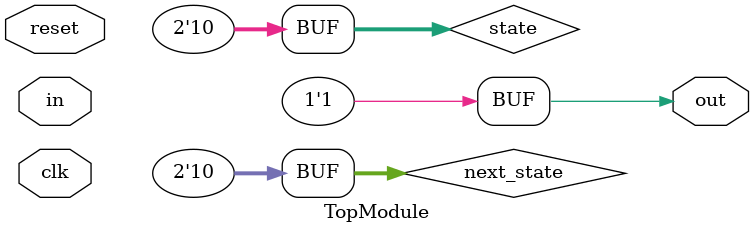
<source format=sv>

module TopModule (
  input clk,
  input in,
  input reset,
  output out
);
reg [1:0] state, next_state;

always @(posedge clk or posedge reset) begin
    if (reset)
        state <= 2'b10; // Reset to B
    else
        state <= next_state;
end

always @(*) begin
    case (state)
        2'b10: begin // State B
            out = 1'b1;
            if (in == 1'b0)
                next_state = 2'b01; // Transition to A
            else
                next_state = 2'b10; // Remain in B
        end
        2'b01: begin // State A
            out = 1'b0;
            if (in == 1'b0)
                next_state = 2'b10; // Transition to B
            else
                next_state = 2'b01; // Remain in A
        end
        default: begin
            state <= 2'b10; // Default to B on undefined states
            out = 1'b1;
            next_state = 2'b10;
        end
    endcase
end

endmodule

</source>
